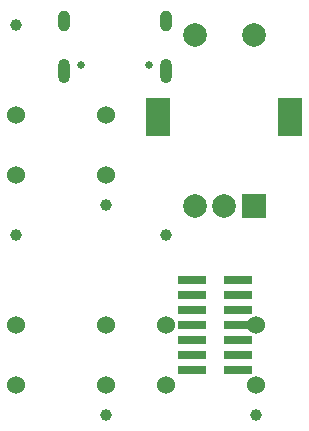
<source format=gbr>
%TF.GenerationSoftware,KiCad,Pcbnew,9.0.2*%
%TF.CreationDate,2025-12-20T10:00:59+01:00*%
%TF.ProjectId,synthmate_L432,73796e74-686d-4617-9465-5f4c3433322e,rev?*%
%TF.SameCoordinates,Original*%
%TF.FileFunction,Soldermask,Bot*%
%TF.FilePolarity,Negative*%
%FSLAX46Y46*%
G04 Gerber Fmt 4.6, Leading zero omitted, Abs format (unit mm)*
G04 Created by KiCad (PCBNEW 9.0.2) date 2025-12-20 10:00:59*
%MOMM*%
%LPD*%
G01*
G04 APERTURE LIST*
%ADD10C,0.650000*%
%ADD11O,1.000000X2.100000*%
%ADD12O,1.000000X1.800000*%
%ADD13C,1.000000*%
%ADD14C,1.524000*%
%ADD15R,2.000000X2.000000*%
%ADD16C,2.000000*%
%ADD17R,2.000000X3.200000*%
%ADD18R,2.400000X0.740000*%
G04 APERTURE END LIST*
D10*
%TO.C,J1*%
X140770000Y-77030000D03*
X134990000Y-77030000D03*
D11*
X142200000Y-77530000D03*
D12*
X142200000Y-73350000D03*
D11*
X133560000Y-77530000D03*
D12*
X133560000Y-73350000D03*
%TD*%
D13*
%TO.C,SW3*%
X137160000Y-106680000D03*
X129540000Y-91440000D03*
D14*
X137160000Y-99060000D03*
X137160000Y-104140000D03*
X129540000Y-99060000D03*
X129540000Y-104140000D03*
%TD*%
D13*
%TO.C,SW2*%
X149860000Y-106680000D03*
X142240000Y-91440000D03*
D14*
X149860000Y-99060000D03*
X149860000Y-104140000D03*
X142240000Y-99060000D03*
X142240000Y-104140000D03*
%TD*%
D15*
%TO.C,SW1*%
X149630000Y-89000000D03*
D16*
X144630000Y-89000000D03*
X147130000Y-89000000D03*
D17*
X141530000Y-81500000D03*
X152730000Y-81500000D03*
D16*
X144630000Y-74500000D03*
X149630000Y-74500000D03*
%TD*%
D18*
%TO.C,J8*%
X148270000Y-95250000D03*
X144370000Y-95250000D03*
X148270000Y-96520000D03*
X144370000Y-96520000D03*
X148270000Y-97790000D03*
X144370000Y-97790000D03*
X148270000Y-99060000D03*
X144370000Y-99060000D03*
X148270000Y-100330000D03*
X144370000Y-100330000D03*
X148270000Y-101600000D03*
X144370000Y-101600000D03*
X148270000Y-102870000D03*
X144370000Y-102870000D03*
%TD*%
D13*
%TO.C,SW5*%
X137160000Y-88900000D03*
X129540000Y-73660000D03*
D14*
X137160000Y-81280000D03*
X137160000Y-86360000D03*
X129540000Y-81280000D03*
X129540000Y-86360000D03*
%TD*%
M02*

</source>
